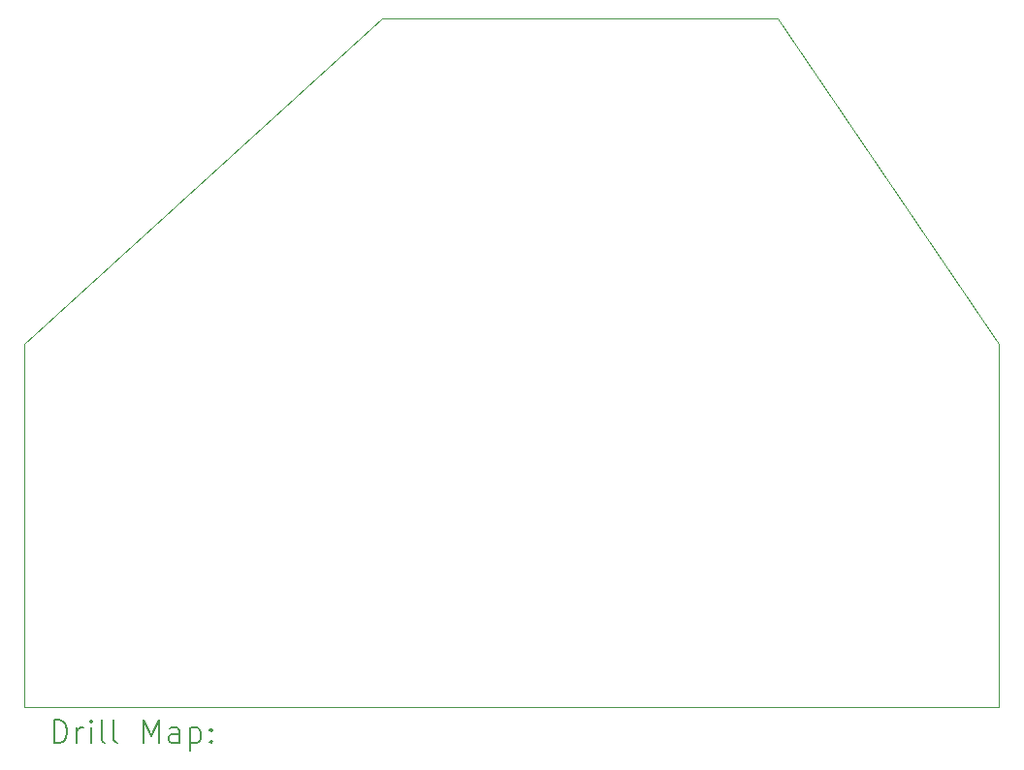
<source format=gbr>
%FSLAX45Y45*%
G04 Gerber Fmt 4.5, Leading zero omitted, Abs format (unit mm)*
G04 Created by KiCad (PCBNEW 6.0.4-6f826c9f35~116~ubuntu18.04.1) date 2022-06-01 21:12:19*
%MOMM*%
%LPD*%
G01*
G04 APERTURE LIST*
%TA.AperFunction,Profile*%
%ADD10C,0.050000*%
%TD*%
%ADD11C,0.200000*%
G04 APERTURE END LIST*
D10*
X6807200Y-11684000D02*
X9931400Y-8839200D01*
X13385800Y-8839200D02*
X15316200Y-11684000D01*
X6807200Y-14859000D02*
X6807200Y-11684000D01*
X15316200Y-14859000D02*
X6807200Y-14859000D01*
X9931400Y-8839200D02*
X13385800Y-8839200D01*
X15316200Y-11684000D02*
X15316200Y-14859000D01*
D11*
X7062319Y-15171976D02*
X7062319Y-14971976D01*
X7109938Y-14971976D01*
X7138509Y-14981500D01*
X7157557Y-15000548D01*
X7167081Y-15019595D01*
X7176605Y-15057690D01*
X7176605Y-15086262D01*
X7167081Y-15124357D01*
X7157557Y-15143405D01*
X7138509Y-15162452D01*
X7109938Y-15171976D01*
X7062319Y-15171976D01*
X7262319Y-15171976D02*
X7262319Y-15038643D01*
X7262319Y-15076738D02*
X7271843Y-15057690D01*
X7281367Y-15048167D01*
X7300414Y-15038643D01*
X7319462Y-15038643D01*
X7386128Y-15171976D02*
X7386128Y-15038643D01*
X7386128Y-14971976D02*
X7376605Y-14981500D01*
X7386128Y-14991024D01*
X7395652Y-14981500D01*
X7386128Y-14971976D01*
X7386128Y-14991024D01*
X7509938Y-15171976D02*
X7490890Y-15162452D01*
X7481367Y-15143405D01*
X7481367Y-14971976D01*
X7614700Y-15171976D02*
X7595652Y-15162452D01*
X7586128Y-15143405D01*
X7586128Y-14971976D01*
X7843271Y-15171976D02*
X7843271Y-14971976D01*
X7909938Y-15114833D01*
X7976605Y-14971976D01*
X7976605Y-15171976D01*
X8157557Y-15171976D02*
X8157557Y-15067214D01*
X8148033Y-15048167D01*
X8128986Y-15038643D01*
X8090890Y-15038643D01*
X8071843Y-15048167D01*
X8157557Y-15162452D02*
X8138509Y-15171976D01*
X8090890Y-15171976D01*
X8071843Y-15162452D01*
X8062319Y-15143405D01*
X8062319Y-15124357D01*
X8071843Y-15105309D01*
X8090890Y-15095786D01*
X8138509Y-15095786D01*
X8157557Y-15086262D01*
X8252795Y-15038643D02*
X8252795Y-15238643D01*
X8252795Y-15048167D02*
X8271843Y-15038643D01*
X8309938Y-15038643D01*
X8328986Y-15048167D01*
X8338509Y-15057690D01*
X8348033Y-15076738D01*
X8348033Y-15133881D01*
X8338509Y-15152928D01*
X8328986Y-15162452D01*
X8309938Y-15171976D01*
X8271843Y-15171976D01*
X8252795Y-15162452D01*
X8433748Y-15152928D02*
X8443271Y-15162452D01*
X8433748Y-15171976D01*
X8424224Y-15162452D01*
X8433748Y-15152928D01*
X8433748Y-15171976D01*
X8433748Y-15048167D02*
X8443271Y-15057690D01*
X8433748Y-15067214D01*
X8424224Y-15057690D01*
X8433748Y-15048167D01*
X8433748Y-15067214D01*
M02*

</source>
